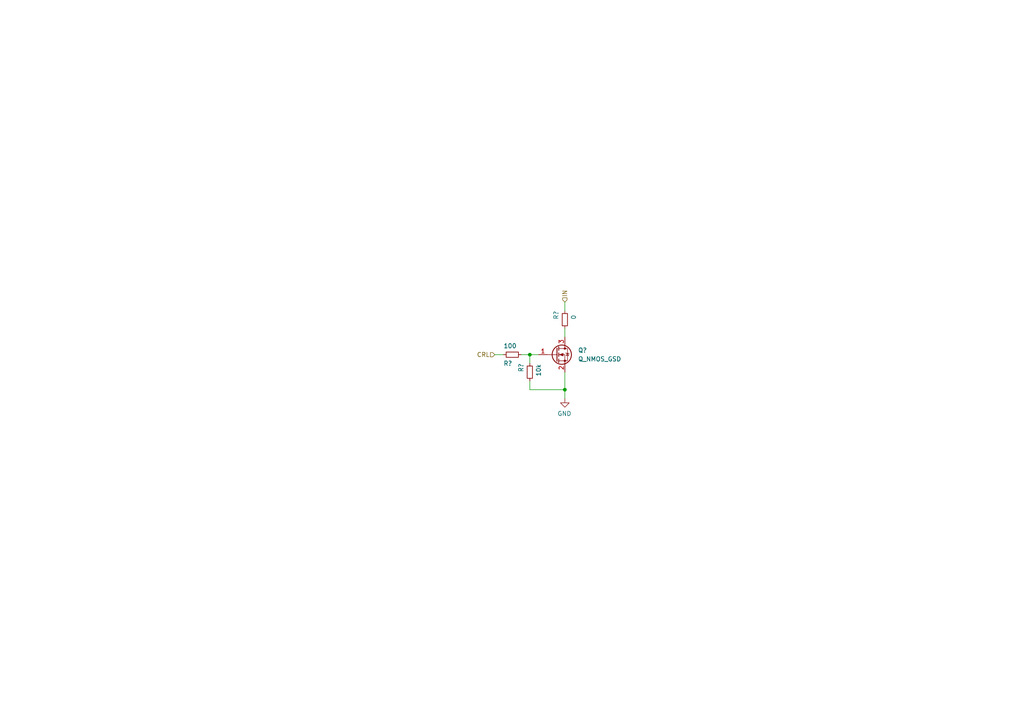
<source format=kicad_sch>
(kicad_sch (version 20211123) (generator eeschema)

  (uuid 3cf0233f-86e3-4b85-ad75-fb8a46f37498)

  (paper "A4")

  (lib_symbols
    (symbol "Device:Q_NMOS_GSD" (pin_names (offset 0) hide) (in_bom yes) (on_board yes)
      (property "Reference" "Q" (id 0) (at 5.08 1.27 0)
        (effects (font (size 1.27 1.27)) (justify left))
      )
      (property "Value" "Q_NMOS_GSD" (id 1) (at 5.08 -1.27 0)
        (effects (font (size 1.27 1.27)) (justify left))
      )
      (property "Footprint" "" (id 2) (at 5.08 2.54 0)
        (effects (font (size 1.27 1.27)) hide)
      )
      (property "Datasheet" "~" (id 3) (at 0 0 0)
        (effects (font (size 1.27 1.27)) hide)
      )
      (property "ki_keywords" "transistor NMOS N-MOS N-MOSFET" (id 4) (at 0 0 0)
        (effects (font (size 1.27 1.27)) hide)
      )
      (property "ki_description" "N-MOSFET transistor, gate/source/drain" (id 5) (at 0 0 0)
        (effects (font (size 1.27 1.27)) hide)
      )
      (symbol "Q_NMOS_GSD_0_1"
        (polyline
          (pts
            (xy 0.254 0)
            (xy -2.54 0)
          )
          (stroke (width 0) (type default) (color 0 0 0 0))
          (fill (type none))
        )
        (polyline
          (pts
            (xy 0.254 1.905)
            (xy 0.254 -1.905)
          )
          (stroke (width 0.254) (type default) (color 0 0 0 0))
          (fill (type none))
        )
        (polyline
          (pts
            (xy 0.762 -1.27)
            (xy 0.762 -2.286)
          )
          (stroke (width 0.254) (type default) (color 0 0 0 0))
          (fill (type none))
        )
        (polyline
          (pts
            (xy 0.762 0.508)
            (xy 0.762 -0.508)
          )
          (stroke (width 0.254) (type default) (color 0 0 0 0))
          (fill (type none))
        )
        (polyline
          (pts
            (xy 0.762 2.286)
            (xy 0.762 1.27)
          )
          (stroke (width 0.254) (type default) (color 0 0 0 0))
          (fill (type none))
        )
        (polyline
          (pts
            (xy 2.54 2.54)
            (xy 2.54 1.778)
          )
          (stroke (width 0) (type default) (color 0 0 0 0))
          (fill (type none))
        )
        (polyline
          (pts
            (xy 2.54 -2.54)
            (xy 2.54 0)
            (xy 0.762 0)
          )
          (stroke (width 0) (type default) (color 0 0 0 0))
          (fill (type none))
        )
        (polyline
          (pts
            (xy 0.762 -1.778)
            (xy 3.302 -1.778)
            (xy 3.302 1.778)
            (xy 0.762 1.778)
          )
          (stroke (width 0) (type default) (color 0 0 0 0))
          (fill (type none))
        )
        (polyline
          (pts
            (xy 1.016 0)
            (xy 2.032 0.381)
            (xy 2.032 -0.381)
            (xy 1.016 0)
          )
          (stroke (width 0) (type default) (color 0 0 0 0))
          (fill (type outline))
        )
        (polyline
          (pts
            (xy 2.794 0.508)
            (xy 2.921 0.381)
            (xy 3.683 0.381)
            (xy 3.81 0.254)
          )
          (stroke (width 0) (type default) (color 0 0 0 0))
          (fill (type none))
        )
        (polyline
          (pts
            (xy 3.302 0.381)
            (xy 2.921 -0.254)
            (xy 3.683 -0.254)
            (xy 3.302 0.381)
          )
          (stroke (width 0) (type default) (color 0 0 0 0))
          (fill (type none))
        )
        (circle (center 1.651 0) (radius 2.794)
          (stroke (width 0.254) (type default) (color 0 0 0 0))
          (fill (type none))
        )
        (circle (center 2.54 -1.778) (radius 0.254)
          (stroke (width 0) (type default) (color 0 0 0 0))
          (fill (type outline))
        )
        (circle (center 2.54 1.778) (radius 0.254)
          (stroke (width 0) (type default) (color 0 0 0 0))
          (fill (type outline))
        )
      )
      (symbol "Q_NMOS_GSD_1_1"
        (pin input line (at -5.08 0 0) (length 2.54)
          (name "G" (effects (font (size 1.27 1.27))))
          (number "1" (effects (font (size 1.27 1.27))))
        )
        (pin passive line (at 2.54 -5.08 90) (length 2.54)
          (name "S" (effects (font (size 1.27 1.27))))
          (number "2" (effects (font (size 1.27 1.27))))
        )
        (pin passive line (at 2.54 5.08 270) (length 2.54)
          (name "D" (effects (font (size 1.27 1.27))))
          (number "3" (effects (font (size 1.27 1.27))))
        )
      )
    )
    (symbol "Device:R_Small" (pin_numbers hide) (pin_names (offset 0.254) hide) (in_bom yes) (on_board yes)
      (property "Reference" "R" (id 0) (at 0.762 0.508 0)
        (effects (font (size 1.27 1.27)) (justify left))
      )
      (property "Value" "R_Small" (id 1) (at 0.762 -1.016 0)
        (effects (font (size 1.27 1.27)) (justify left))
      )
      (property "Footprint" "" (id 2) (at 0 0 0)
        (effects (font (size 1.27 1.27)) hide)
      )
      (property "Datasheet" "~" (id 3) (at 0 0 0)
        (effects (font (size 1.27 1.27)) hide)
      )
      (property "ki_keywords" "R resistor" (id 4) (at 0 0 0)
        (effects (font (size 1.27 1.27)) hide)
      )
      (property "ki_description" "Resistor, small symbol" (id 5) (at 0 0 0)
        (effects (font (size 1.27 1.27)) hide)
      )
      (property "ki_fp_filters" "R_*" (id 6) (at 0 0 0)
        (effects (font (size 1.27 1.27)) hide)
      )
      (symbol "R_Small_0_1"
        (rectangle (start -0.762 1.778) (end 0.762 -1.778)
          (stroke (width 0.2032) (type default) (color 0 0 0 0))
          (fill (type none))
        )
      )
      (symbol "R_Small_1_1"
        (pin passive line (at 0 2.54 270) (length 0.762)
          (name "~" (effects (font (size 1.27 1.27))))
          (number "1" (effects (font (size 1.27 1.27))))
        )
        (pin passive line (at 0 -2.54 90) (length 0.762)
          (name "~" (effects (font (size 1.27 1.27))))
          (number "2" (effects (font (size 1.27 1.27))))
        )
      )
    )
    (symbol "power:GND" (power) (pin_names (offset 0)) (in_bom yes) (on_board yes)
      (property "Reference" "#PWR" (id 0) (at 0 -6.35 0)
        (effects (font (size 1.27 1.27)) hide)
      )
      (property "Value" "GND" (id 1) (at 0 -3.81 0)
        (effects (font (size 1.27 1.27)))
      )
      (property "Footprint" "" (id 2) (at 0 0 0)
        (effects (font (size 1.27 1.27)) hide)
      )
      (property "Datasheet" "" (id 3) (at 0 0 0)
        (effects (font (size 1.27 1.27)) hide)
      )
      (property "ki_keywords" "power-flag" (id 4) (at 0 0 0)
        (effects (font (size 1.27 1.27)) hide)
      )
      (property "ki_description" "Power symbol creates a global label with name \"GND\" , ground" (id 5) (at 0 0 0)
        (effects (font (size 1.27 1.27)) hide)
      )
      (symbol "GND_0_1"
        (polyline
          (pts
            (xy 0 0)
            (xy 0 -1.27)
            (xy 1.27 -1.27)
            (xy 0 -2.54)
            (xy -1.27 -1.27)
            (xy 0 -1.27)
          )
          (stroke (width 0) (type default) (color 0 0 0 0))
          (fill (type none))
        )
      )
      (symbol "GND_1_1"
        (pin power_in line (at 0 0 270) (length 0) hide
          (name "GND" (effects (font (size 1.27 1.27))))
          (number "1" (effects (font (size 1.27 1.27))))
        )
      )
    )
  )

  (junction (at 153.67 102.87) (diameter 0) (color 0 0 0 0)
    (uuid 78d3a4a0-e724-44e1-963f-de88a39d4158)
  )
  (junction (at 163.83 113.03) (diameter 0) (color 0 0 0 0)
    (uuid efd79052-e146-4d61-9e0a-ba764a5a966b)
  )

  (wire (pts (xy 156.21 102.87) (xy 153.67 102.87))
    (stroke (width 0) (type default) (color 0 0 0 0))
    (uuid 3497045f-d218-47c9-8fd1-2d0a39585aa6)
  )
  (wire (pts (xy 163.83 90.17) (xy 163.83 87.63))
    (stroke (width 0) (type default) (color 0 0 0 0))
    (uuid 4a56ac62-5ec2-46fc-a86c-9adf2d8fead1)
  )
  (wire (pts (xy 146.05 102.87) (xy 143.51 102.87))
    (stroke (width 0) (type default) (color 0 0 0 0))
    (uuid 88a7e34c-57e7-48ce-a358-6866b2c01d90)
  )
  (wire (pts (xy 153.67 113.03) (xy 153.67 110.49))
    (stroke (width 0) (type default) (color 0 0 0 0))
    (uuid 8dcf40e6-09a5-42e4-8b46-f4738540468d)
  )
  (wire (pts (xy 163.83 95.25) (xy 163.83 97.79))
    (stroke (width 0) (type default) (color 0 0 0 0))
    (uuid 8e5a3783-142f-42f6-a215-d0f81a05c5c0)
  )
  (wire (pts (xy 153.67 113.03) (xy 163.83 113.03))
    (stroke (width 0) (type default) (color 0 0 0 0))
    (uuid 90207e9d-650a-4c45-b7d5-e506cc85537d)
  )
  (wire (pts (xy 153.67 102.87) (xy 151.13 102.87))
    (stroke (width 0) (type default) (color 0 0 0 0))
    (uuid 9a88d63d-f7e5-416d-9807-a8e942aef287)
  )
  (wire (pts (xy 153.67 105.41) (xy 153.67 102.87))
    (stroke (width 0) (type default) (color 0 0 0 0))
    (uuid a8cdda0e-7b06-4b92-8078-341b4e32614a)
  )
  (wire (pts (xy 163.83 113.03) (xy 163.83 115.57))
    (stroke (width 0) (type default) (color 0 0 0 0))
    (uuid d6cc98ff-7d68-4734-afa1-c7dd225e08d3)
  )
  (wire (pts (xy 163.83 113.03) (xy 163.83 107.95))
    (stroke (width 0) (type default) (color 0 0 0 0))
    (uuid dd552f19-e379-4dd5-a10b-882b6c8e7a65)
  )

  (hierarchical_label "IN" (shape input) (at 163.83 87.63 90)
    (effects (font (size 1.27 1.27)) (justify left))
    (uuid 2b878984-ad62-40d5-87be-d30f465ae2b3)
  )
  (hierarchical_label "CRL" (shape input) (at 143.51 102.87 180)
    (effects (font (size 1.27 1.27)) (justify right))
    (uuid cce13a3b-854c-49ae-8b19-551eed5c4f96)
  )

  (symbol (lib_id "Device:R_Small") (at 153.67 107.95 0) (mirror y)
    (in_bom yes) (on_board yes)
    (uuid 00000000-0000-0000-0000-000061f87dfa)
    (property "Reference" "R?" (id 0) (at 151.13 107.95 90)
      (effects (font (size 1.27 1.27)) (justify left))
    )
    (property "Value" "10k" (id 1) (at 156.21 109.22 90)
      (effects (font (size 1.27 1.27)) (justify left))
    )
    (property "Footprint" "Resistor_SMD:R_0603_1608Metric" (id 2) (at 153.67 107.95 0)
      (effects (font (size 1.27 1.27)) hide)
    )
    (property "Datasheet" "~" (id 3) (at 153.67 107.95 0)
      (effects (font (size 1.27 1.27)) hide)
    )
    (pin "1" (uuid 2acec30a-5186-404f-8a90-b7bca3917e24))
    (pin "2" (uuid 1f2f4a21-40fe-438d-b12b-19dc0bc91500))
  )

  (symbol (lib_id "Device:R_Small") (at 148.59 102.87 90) (mirror x)
    (in_bom yes) (on_board yes)
    (uuid 00000000-0000-0000-0000-000061f87e05)
    (property "Reference" "R?" (id 0) (at 148.59 105.41 90)
      (effects (font (size 1.27 1.27)) (justify left))
    )
    (property "Value" "100" (id 1) (at 149.86 100.33 90)
      (effects (font (size 1.27 1.27)) (justify left))
    )
    (property "Footprint" "Resistor_SMD:R_0603_1608Metric" (id 2) (at 148.59 102.87 0)
      (effects (font (size 1.27 1.27)) hide)
    )
    (property "Datasheet" "~" (id 3) (at 148.59 102.87 0)
      (effects (font (size 1.27 1.27)) hide)
    )
    (pin "1" (uuid 862672fc-f8a0-4135-92e6-75d0020d07e0))
    (pin "2" (uuid 9099bda9-b9f2-4196-8d15-289ac915f3ea))
  )

  (symbol (lib_id "Device:R_Small") (at 163.83 92.71 0) (mirror y)
    (in_bom yes) (on_board yes)
    (uuid 00000000-0000-0000-0000-000061f87e0c)
    (property "Reference" "R?" (id 0) (at 161.29 92.71 90)
      (effects (font (size 1.27 1.27)) (justify left))
    )
    (property "Value" "0" (id 1) (at 166.37 92.71 90)
      (effects (font (size 1.27 1.27)) (justify left))
    )
    (property "Footprint" "Resistor_SMD:R_0603_1608Metric" (id 2) (at 163.83 92.71 0)
      (effects (font (size 1.27 1.27)) hide)
    )
    (property "Datasheet" "~" (id 3) (at 163.83 92.71 0)
      (effects (font (size 1.27 1.27)) hide)
    )
    (pin "1" (uuid bec1594c-0499-40a3-95df-5fa0596b500c))
    (pin "2" (uuid 5227e926-0177-4417-ba41-e84ed214d9fb))
  )

  (symbol (lib_id "power:GND") (at 163.83 115.57 0) (mirror y)
    (in_bom yes) (on_board yes)
    (uuid 00000000-0000-0000-0000-000061f87e13)
    (property "Reference" "#PWR?" (id 0) (at 163.83 121.92 0)
      (effects (font (size 1.27 1.27)) hide)
    )
    (property "Value" "GND" (id 1) (at 163.703 119.9642 0))
    (property "Footprint" "" (id 2) (at 163.83 115.57 0)
      (effects (font (size 1.27 1.27)) hide)
    )
    (property "Datasheet" "" (id 3) (at 163.83 115.57 0)
      (effects (font (size 1.27 1.27)) hide)
    )
    (pin "1" (uuid 4a8eeaae-a866-4804-89c0-7339d5ffcf32))
  )

  (symbol (lib_id "Device:Q_NMOS_GSD") (at 161.29 102.87 0)
    (in_bom yes) (on_board yes) (fields_autoplaced)
    (uuid 9bc001c6-15a4-4c42-b836-0afbb00ecdf5)
    (property "Reference" "Q?" (id 0) (at 167.64 101.5999 0)
      (effects (font (size 1.27 1.27)) (justify left))
    )
    (property "Value" "Q_NMOS_GSD" (id 1) (at 167.64 104.1399 0)
      (effects (font (size 1.27 1.27)) (justify left))
    )
    (property "Footprint" "Package_TO_SOT_SMD:SOT-23" (id 2) (at 166.37 100.33 0)
      (effects (font (size 1.27 1.27)) hide)
    )
    (property "Datasheet" "~" (id 3) (at 161.29 102.87 0)
      (effects (font (size 1.27 1.27)) hide)
    )
    (pin "1" (uuid cb486133-0d72-4c98-a58d-94c0e0c23440))
    (pin "2" (uuid aa66ffdb-4f28-489c-9d0b-78b1bf26c692))
    (pin "3" (uuid c715094e-99e7-40fa-8ed1-985c2c4e3ffa))
  )
)

</source>
